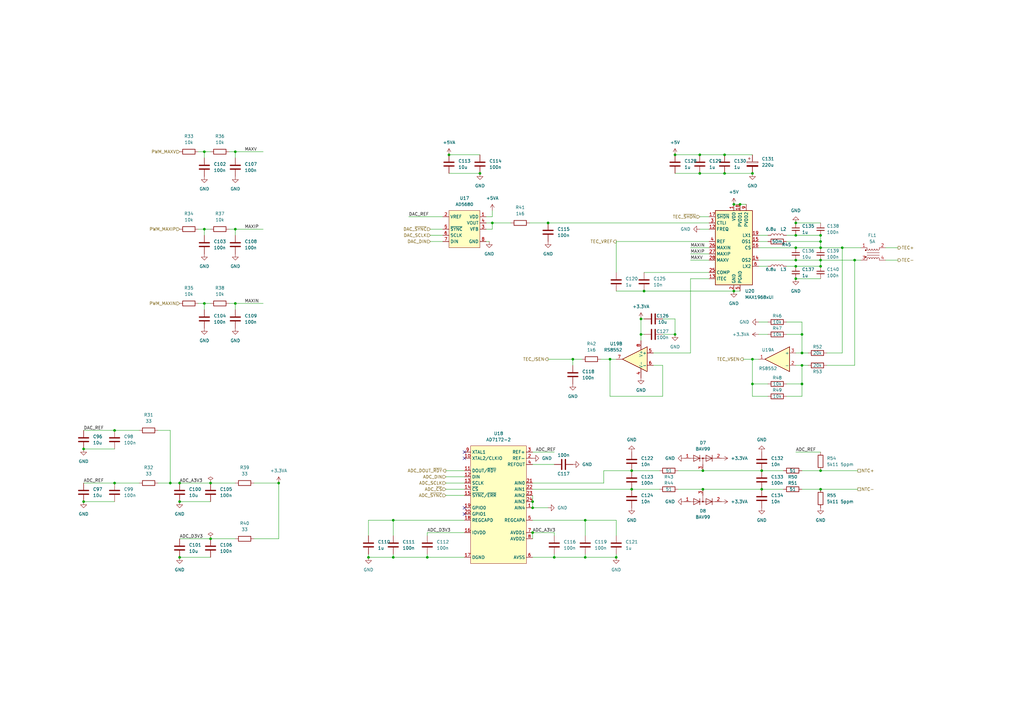
<source format=kicad_sch>
(kicad_sch (version 20211123) (generator eeschema)
  (paper "A3")
  (title_block (title "Kirdy") (date "2022-07-03") (rev "r0.1") (company "M-Labs") (comment 1 "Alex Wong Tat Hang"))
  (lib_symbols
    (symbol "Device:C" (pin_numbers hide) (pin_names (offset 0.254))
      (property "Reference" "C" (at 0.635 2.54 0))
      (property "Value" "C" (at 0.635 -2.54 0))
      (symbol "C_0_1"
        (polyline (pts (xy -2.032 -0.762) (xy 2.032 -0.762)) (stroke (width 0.508)))
        (polyline (pts (xy -2.032 0.762) (xy 2.032 0.762)) (stroke (width 0.508)))
      )
      (symbol "C_1_1"
        (pin passive line (at 0 3.81 270) (length 2.794) (name "~") (number "1"))
        (pin passive line (at 0 -3.81 90) (length 2.794) (name "~") (number "2"))
      )
    )
    (symbol "Device:C_Polarized" (pin_numbers hide) (pin_names (offset 0.254))
      (property "Reference" "C" (at 0.635 2.54 0))
      (property "Value" "C_Polarized" (at 0.635 -2.54 0))
      (symbol "C_Polarized_0_1"
        (rectangle (start -2.286 0.508) (end 2.286 1.016))
        (polyline (pts (xy -1.778 2.286) (xy -0.762 2.286)))
        (polyline (pts (xy -1.27 2.794) (xy -1.27 1.778)))
        (rectangle (start 2.286 -0.508) (end -2.286 -1.016) (fill (type outline)))
      )
      (symbol "C_Polarized_1_1"
        (pin passive line (at 0 3.81 270) (length 2.794) (name "~") (number "1"))
        (pin passive line (at 0 -3.81 90) (length 2.794) (name "~") (number "2"))
      )
    )
    (symbol "Device:C_Small" (pin_numbers hide) (pin_names (offset 0.254) hide)
      (property "Reference" "C" (at 0.254 1.778 0))
      (property "Value" "C_Small" (at 0.254 -2.032 0))
      (symbol "C_Small_0_1"
        (polyline (pts (xy -1.524 -0.508) (xy 1.524 -0.508)) (stroke (width 0.3302)))
        (polyline (pts (xy -1.524 0.508) (xy 1.524 0.508)) (stroke (width 0.3048)))
      )
      (symbol "C_Small_1_1"
        (pin passive line (at 0 2.54 270) (length 2.032) (name "~") (number "1"))
        (pin passive line (at 0 -2.54 90) (length 2.032) (name "~") (number "2"))
      )
    )
    (symbol "Device:Filter_EMI_CommonMode" (pin_names (offset 0.254) hide)
      (property "Reference" "FL" (at 0 4.445 0))
      (property "Value" "Filter_EMI_CommonMode" (at 0 -4.445 0))
      (symbol "Filter_EMI_CommonMode_0_1"
        (circle (center -3.048 -1.27) (radius 0.254) (fill (type outline)))
        (circle (center -3.048 1.524) (radius 0.254) (fill (type outline)))
        (arc (start -2.54 2.032) (mid -2.032 1.524) (end -1.524 2.032))
        (arc (start -1.524 -2.032) (mid -2.032 -1.524) (end -2.54 -2.032))
        (arc (start -1.524 2.032) (mid -1.016 1.524) (end -0.508 2.032))
        (arc (start -0.508 -2.032) (mid -1.016 -1.524) (end -1.524 -2.032))
        (arc (start -0.508 2.032) (mid 0 1.524) (end 0.508 2.032))
        (polyline (pts (xy -2.54 -2.032) (xy -2.54 -2.54)))
        (polyline (pts (xy -2.54 0.508) (xy 2.54 0.508)))
        (polyline (pts (xy -2.54 2.032) (xy -2.54 2.54)))
        (polyline (pts (xy 2.54 -2.032) (xy 2.54 -2.54)))
        (polyline (pts (xy 2.54 -0.508) (xy -2.54 -0.508)))
        (polyline (pts (xy 2.54 2.54) (xy 2.54 2.032)))
        (arc (start 0.508 -2.032) (mid 0 -1.524) (end -0.508 -2.032))
        (arc (start 0.508 2.032) (mid 1.016 1.524) (end 1.524 2.032))
        (arc (start 1.524 -2.032) (mid 1.016 -1.524) (end 0.508 -2.032))
        (arc (start 1.524 2.032) (mid 2.032 1.524) (end 2.54 2.032))
        (arc (start 2.54 -2.032) (mid 2.032 -1.524) (end 1.524 -2.032))
      )
      (symbol "Filter_EMI_CommonMode_1_1"
        (pin passive line (at -5.08 2.54 0) (length 2.54) (name "1") (number "1"))
        (pin passive line (at 5.08 2.54 180) (length 2.54) (name "2") (number "2"))
        (pin passive line (at -5.08 -2.54 0) (length 2.54) (name "3") (number "3"))
        (pin passive line (at 5.08 -2.54 180) (length 2.54) (name "4") (number "4"))
      )
    )
    (symbol "Device:L" (pin_numbers hide) (pin_names (offset 1.016) hide)
      (property "Reference" "L" (at -1.27 0 90))
      (property "Value" "L" (at 1.905 0 90))
      (symbol "L_0_1"
        (arc (start 0 -2.54) (mid 0.635 -1.905) (end 0 -1.27))
        (arc (start 0 -1.27) (mid 0.635 -0.635) (end 0 0))
        (arc (start 0 0) (mid 0.635 0.635) (end 0 1.27))
        (arc (start 0 1.27) (mid 0.635 1.905) (end 0 2.54))
      )
      (symbol "L_1_1"
        (pin passive line (at 0 3.81 270) (length 1.27) (name "1") (number "1"))
        (pin passive line (at 0 -3.81 90) (length 1.27) (name "2") (number "2"))
      )
    )
    (symbol "Device:R" (pin_numbers hide) (pin_names (offset 0))
      (property "Reference" "R" (at 2.032 0 90))
      (property "Value" "R" (at 0 0 90))
      (symbol "R_0_1"
        (rectangle (start -1.016 -2.54) (end 1.016 2.54) (stroke (width 0.254)))
      )
      (symbol "R_1_1"
        (pin passive line (at 0 3.81 270) (length 1.27) (name "~") (number "1"))
        (pin passive line (at 0 -3.81 90) (length 1.27) (name "~") (number "2"))
      )
    )
    (symbol "Diode:BAV99" (pin_names hide)
      (property "Reference" "D" (at 0 5.08 0))
      (property "Value" "BAV99" (at 0 2.54 0))
      (symbol "BAV99_0_1"
        (polyline (pts (xy -5.08 0) (xy 5.08 0)))
      )
      (symbol "BAV99_1_1"
        (polyline (pts (xy 0 0) (xy 0 -2.54)))
        (polyline (pts (xy -1.27 -1.27) (xy -1.27 1.27) (xy -1.27 1.27)) (stroke (width 0.2032)))
        (polyline (pts (xy 3.81 1.27) (xy 3.81 -1.27) (xy 3.81 -1.27)) (stroke (width 0.2032)))
        (polyline (pts (xy -3.81 1.27) (xy -1.27 0) (xy -3.81 -1.27) (xy -3.81 1.27) (xy -3.81 1.27) (xy -3.81 1.27)) (stroke (width 0.2032)))
        (polyline (pts (xy 1.27 1.27) (xy 3.81 0) (xy 1.27 -1.27) (xy 1.27 1.27) (xy 1.27 1.27) (xy 1.27 1.27)) (stroke (width 0.2032)))
        (circle (center 0 0) (radius 0.254) (fill (type outline)))
        (pin passive line (at -7.62 0 0) (length 2.54) (name "K") (number "1"))
        (pin passive line (at 7.62 0 180) (length 2.54) (name "A") (number "2"))
        (pin passive line (at 0 -5.08 90) (length 2.54) (name "K") (number "3"))
      )
    )
    (symbol "Driver_TEC:MAX1968xUI"
      (property "Reference" "U" (at -7.62 16.51 0))
      (property "Value" "MAX1968xUI" (at 5.08 16.51 0))
      (symbol "MAX1968xUI_0_1"
        (rectangle (start -7.62 15.24) (end 7.62 -15.24) (stroke (width 0.254)) (fill (type background)))
      )
      (symbol "MAX1968xUI_1_1"
        (pin power_in line (at 0 17.78 270) (length 2.54) (name "VDD") (number "1"))
        (pin passive line (at 10.16 -7.62 180) (length 2.54) hide (name "LX2") (number "10"))
        (pin passive line (at 5.08 17.78 270) (length 2.54) hide (name "PVDD2") (number "11"))
        (pin input line (at -10.16 7.62 0) (length 2.54) (name "FREQ") (number "12"))
        (pin output line (at -10.16 -12.7 0) (length 2.54) (name "ITEC") (number "13"))
        (pin input line (at 10.16 -5.08 180) (length 2.54) (name "OS2") (number "14"))
        (pin input line (at 10.16 2.54 180) (length 2.54) (name "OS1") (number "15"))
        (pin input line (at 10.16 0 180) (length 2.54) (name "CS") (number "16"))
        (pin input line (at -10.16 12.7 0) (length 2.54) (name "~{SHDN}") (number "17"))
        (pin power_in line (at 2.54 17.78 270) (length 2.54) (name "PVDD1") (number "18"))
        (pin power_out line (at 10.16 5.08 180) (length 2.54) (name "LX1") (number "19"))
        (pin power_in line (at 0 -17.78 90) (length 2.54) (name "GND") (number "2"))
        (pin passive line (at 2.54 17.78 270) (length 2.54) hide (name "PVDD1") (number "20"))
        (pin passive line (at 10.16 5.08 180) (length 2.54) hide (name "LX1") (number "21"))
        (pin passive line (at 2.54 -17.78 90) (length 2.54) hide (name "PGND") (number "22"))
        (pin passive line (at 10.16 5.08 180) (length 2.54) hide (name "LX1") (number "23"))
        (pin passive line (at 2.54 -17.78 90) (length 2.54) hide (name "PGND") (number "24"))
        (pin passive line (at -10.16 -10.16 0) (length 2.54) (name "COMP") (number "25"))
        (pin input line (at -10.16 0 0) (length 2.54) (name "MAXIN") (number "26"))
        (pin input line (at -10.16 -2.54 0) (length 2.54) (name "MAXIP") (number "27"))
        (pin input line (at -10.16 -5.08 0) (length 2.54) (name "MAXV") (number "28"))
        (pin passive line (at 0 -17.78 90) (length 2.54) hide (name "GND") (number "29"))
        (pin input line (at -10.16 10.16 0) (length 2.54) (name "CTLI") (number "3"))
        (pin output line (at -10.16 2.54 0) (length 2.54) (name "REF") (number "4"))
        (pin power_in line (at 2.54 -17.78 90) (length 2.54) (name "PGND") (number "5"))
        (pin power_out line (at 10.16 -7.62 180) (length 2.54) (name "LX2") (number "6"))
        (pin passive line (at 2.54 -17.78 90) (length 2.54) hide (name "PGND") (number "7"))
        (pin passive line (at 10.16 -7.62 180) (length 2.54) hide (name "LX2") (number "8"))
        (pin power_in line (at 5.08 17.78 270) (length 2.54) (name "PVDD2") (number "9"))
      )
    )
    (symbol "kirdy:AD5680"
      (property "Reference" "U" (at 0 -3.81 0))
      (property "Value" "AD5680" (at 0 -1.27 0))
      (symbol "AD5680_0_0"
        (pin power_in line (at 8.89 12.7 180) (length 2.54) (name "VDD") (number "1"))
        (pin input line (at -8.89 12.7 0) (length 2.54) (name "VREF") (number "2"))
        (pin input line (at 8.89 7.62 180) (length 2.54) (name "VFB") (number "3"))
        (pin output line (at 8.89 10.16 180) (length 2.54) (name "VOUT") (number "4"))
        (pin input line (at -8.89 7.62 0) (length 2.54) (name "~{SYNC}") (number "5"))
        (pin input line (at -8.89 5.08 0) (length 2.54) (name "SCLK") (number "6"))
        (pin input line (at -8.89 2.54 0) (length 2.54) (name "DIN") (number "7"))
        (pin power_in line (at 8.89 2.54 180) (length 2.54) (name "GND") (number "8"))
      )
      (symbol "AD5680_0_1"
        (rectangle (start -6.35 15.24) (end 6.35 0) (fill (type background)))
      )
    )
    (symbol "kirdy:AD7172-2"
      (property "Reference" "U" (at 8.89 -22.86 0))
      (property "Value" "AD7172-2" (at -6.35 -22.86 0))
      (symbol "AD7172-2_0_0"
        (pin input line (at -13.97 1.27 0) (length 2.54) (name "AIN4") (number "1"))
        (pin bidirectional line (at 13.97 21.59 180) (length 2.54) (name "XTAL2/CLKIO") (number "10"))
        (pin output line (at 13.97 16.51 180) (length 2.54) (name "DOUT/~{RDY}") (number "11"))
        (pin input line (at 13.97 13.97 180) (length 2.54) (name "DIN") (number "12"))
        (pin input line (at 13.97 11.43 180) (length 2.54) (name "SCLK") (number "13"))
        (pin input line (at 13.97 8.89 180) (length 2.54) (name "~{CS}") (number "14"))
        (pin bidirectional line (at 13.97 6.35 180) (length 2.54) (name "~{SYNC}/~{ERR}") (number "15"))
        (pin power_in line (at 13.97 -8.89 180) (length 2.54) (name "IOVDD") (number "16"))
        (pin power_in line (at 13.97 -19.05 180) (length 2.54) (name "DGND") (number "17"))
        (pin passive line (at 13.97 -3.81 180) (length 2.54) (name "REGCAPD") (number "18"))
        (pin bidirectional line (at 13.97 1.27 180) (length 2.54) (name "GPIO0") (number "19"))
        (pin input line (at -13.97 21.59 0) (length 2.54) (name "REF-") (number "2"))
        (pin bidirectional line (at 13.97 -1.27 180) (length 2.54) (name "GPIO1") (number "20"))
        (pin input line (at -13.97 11.43 0) (length 2.54) (name "AIN0") (number "21"))
        (pin input line (at -13.97 8.89 0) (length 2.54) (name "AIN1") (number "22"))
        (pin input line (at -13.97 6.35 0) (length 2.54) (name "AIN2") (number "23"))
        (pin input line (at -13.97 3.81 0) (length 2.54) (name "AIN3") (number "24"))
        (pin input line (at -13.97 24.13 0) (length 2.54) (name "REF+") (number "3"))
        (pin output line (at -13.97 19.05 0) (length 2.54) (name "REFOUT") (number "4"))
        (pin passive line (at -13.97 -3.81 0) (length 2.54) (name "REGCAPA") (number "5"))
        (pin power_in line (at -13.97 -19.05 0) (length 2.54) (name "AVSS") (number "6"))
        (pin power_in line (at -13.97 -8.89 0) (length 2.54) (name "AVDD1") (number "7"))
        (pin power_in line (at -13.97 -11.43 0) (length 2.54) (name "AVDD2") (number "8"))
        (pin bidirectional line (at 13.97 24.13 180) (length 2.54) (name "XTAL1") (number "9"))
      )
      (symbol "AD7172-2_0_1"
        (rectangle (start -11.43 26.67) (end 11.43 -21.59) (fill (type background)))
      )
    )
    (symbol "kirdy:RS8552" (pin_names (offset 0.127))
      (property "Reference" "U" (at 0 5.08 0))
      (property "Value" "RS8552" (at 0 -5.08 0))
      (symbol "RS8552_1_1"
        (polyline (pts (xy -5.08 5.08) (xy 5.08 0) (xy -5.08 -5.08) (xy -5.08 5.08)) (stroke (width 0.254)) (fill (type background)))
        (pin output line (at 7.62 0 180) (length 2.54) (name "~") (number "1"))
        (pin input line (at -7.62 -2.54 0) (length 2.54) (name "-") (number "2"))
        (pin input line (at -7.62 2.54 0) (length 2.54) (name "+") (number "3"))
      )
      (symbol "RS8552_2_1"
        (polyline (pts (xy -5.08 5.08) (xy 5.08 0) (xy -5.08 -5.08) (xy -5.08 5.08)) (stroke (width 0.254)) (fill (type background)))
        (pin input line (at -7.62 2.54 0) (length 2.54) (name "+") (number "5"))
        (pin input line (at -7.62 -2.54 0) (length 2.54) (name "-") (number "6"))
        (pin output line (at 7.62 0 180) (length 2.54) (name "~") (number "7"))
      )
      (symbol "RS8552_3_1"
        (pin power_in line (at -2.54 -7.62 90) (length 3.81) (name "V-") (number "4"))
        (pin power_in line (at -2.54 7.62 270) (length 3.81) (name "V+") (number "8"))
      )
    )
    (symbol "power:+3.3VA" (power) (pin_names (offset 0))
      (property "Value" "+3.3VA" (at 0 3.556 0))
      (symbol "+3.3VA_0_1"
        (polyline (pts (xy -0.762 1.27) (xy 0 2.54)))
        (polyline (pts (xy 0 0) (xy 0 2.54)))
        (polyline (pts (xy 0 2.54) (xy 0.762 1.27)))
      )
      (symbol "+3.3VA_1_1"
        (pin power_in line (at 0 0 90) (length 0) hide (name "+3.3VA") (number "1"))
      )
    )
    (symbol "power:+5V" (power) (pin_names (offset 0))
      (property "Value" "+5V" (at 0 3.556 0))
      (symbol "+5V_0_1"
        (polyline (pts (xy -0.762 1.27) (xy 0 2.54)))
        (polyline (pts (xy 0 0) (xy 0 2.54)))
        (polyline (pts (xy 0 2.54) (xy 0.762 1.27)))
      )
      (symbol "+5V_1_1"
        (pin power_in line (at 0 0 90) (length 0) hide (name "+5V") (number "1"))
      )
    )
    (symbol "power:+5VA" (power) (pin_names (offset 0))
      (property "Value" "+5VA" (at 0 3.556 0))
      (symbol "+5VA_0_1"
        (polyline (pts (xy -0.762 1.27) (xy 0 2.54)))
        (polyline (pts (xy 0 0) (xy 0 2.54)))
        (polyline (pts (xy 0 2.54) (xy 0.762 1.27)))
      )
      (symbol "+5VA_1_1"
        (pin power_in line (at 0 0 90) (length 0) hide (name "+5VA") (number "1"))
      )
    )
    (symbol "power:GND" (power) (pin_names (offset 0))
      (property "Value" "GND" (at 0 -3.81 0))
      (symbol "GND_0_1"
        (polyline (pts (xy 0 0) (xy 0 -1.27) (xy 1.27 -1.27) (xy 0 -2.54) (xy -1.27 -1.27) (xy 0 -1.27)))
      )
      (symbol "GND_1_1"
        (pin power_in line (at 0 0 270) (length 0) hide (name "GND") (number "1"))
      )
    )
    (symbol "power:PWR_FLAG" (power) (pin_numbers hide) (pin_names (offset 0) hide)
      (property "Value" "PWR_FLAG" (at 0 3.81 0))
      (symbol "PWR_FLAG_0_0"
        (pin power_out line (at 0 0 90) (length 0) (name "pwr") (number "1"))
      )
      (symbol "PWR_FLAG_0_1"
        (polyline (pts (xy 0 0) (xy 0 1.27) (xy -1.016 1.905) (xy 0 2.54) (xy 1.016 1.905) (xy 0 1.27)))
      )
    )
  )
  (junction (at 300.99 119.38))
  (junction (at 350.52 106.68))
  (junction (at 297.18 63.5))
  (junction (at 326.39 106.68))
  (junction (at 201.93 91.44))
  (junction (at 252.73 228.6))
  (junction (at 96.52 62.23))
  (junction (at 326.39 109.22))
  (junction (at 308.61 147.32))
  (junction (at 161.29 213.36))
  (junction (at 234.95 147.32))
  (junction (at 83.82 62.23))
  (junction (at 336.55 96.52))
  (junction (at 34.29 184.15))
  (junction (at 73.66 228.6))
  (junction (at 114.3 198.12))
  (junction (at 303.53 83.82))
  (junction (at 218.44 218.44))
  (junction (at 328.93 149.86))
  (junction (at 336.55 193.04))
  (junction (at 218.44 208.28))
  (junction (at 161.29 228.6))
  (junction (at 326.39 101.6))
  (junction (at 276.86 63.5))
  (junction (at 308.61 71.12))
  (junction (at 86.36 220.98))
  (junction (at 336.55 99.06))
  (junction (at 224.79 91.44))
  (junction (at 326.39 96.52))
  (junction (at 262.89 137.16))
  (junction (at 287.02 71.12))
  (junction (at 300.99 83.82))
  (junction (at 308.61 157.48))
  (junction (at 326.39 114.3))
  (junction (at 250.19 147.32))
  (junction (at 83.82 93.98))
  (junction (at 73.66 198.12))
  (junction (at 83.82 124.46))
  (junction (at 175.26 228.6))
  (junction (at 259.08 193.04))
  (junction (at 73.66 205.74))
  (junction (at 86.36 198.12))
  (junction (at 46.99 198.12))
  (junction (at 336.55 109.22))
  (junction (at 218.44 205.74))
  (junction (at 184.15 63.5))
  (junction (at 240.03 228.6))
  (junction (at 345.44 101.6))
  (junction (at 259.08 200.66))
  (junction (at 336.55 101.6))
  (junction (at 328.93 137.16))
  (junction (at 96.52 93.98))
  (junction (at 227.33 228.6))
  (junction (at 96.52 124.46))
  (junction (at 34.29 205.74))
  (junction (at 312.42 193.04))
  (junction (at 328.93 157.48))
  (junction (at 288.29 193.04))
  (junction (at 196.85 71.12))
  (junction (at 336.55 200.66))
  (junction (at 262.89 130.81))
  (junction (at 240.03 213.36))
  (junction (at 288.29 200.66))
  (junction (at 328.93 144.78))
  (junction (at 151.13 228.6))
  (junction (at 264.16 119.38))
  (junction (at 69.85 198.12))
  (junction (at 276.86 137.16))
  (junction (at 336.55 106.68))
  (junction (at 287.02 63.5))
  (junction (at 297.18 71.12))
  (junction (at 312.42 200.66))
  (junction (at 46.99 176.53))
  (junction (at 326.39 91.44))
  (no_connect (at 190.5 185.42))
  (no_connect (at 190.5 187.96))
  (no_connect (at 190.5 208.28))
  (no_connect (at 190.5 210.82))
  (wire (pts (xy 328.93 144.78) (xy 331.47 144.78)))
  (wire (pts (xy 218.44 205.74) (xy 218.44 208.28)))
  (wire (pts (xy 218.44 218.44) (xy 227.33 218.44)))
  (wire (pts (xy 224.79 147.32) (xy 234.95 147.32)))
  (wire (pts (xy 311.15 99.06) (xy 314.96 99.06)))
  (wire (pts (xy 308.61 147.32) (xy 311.15 147.32)))
  (wire (pts (xy 276.86 63.5) (xy 287.02 63.5)))
  (wire (pts (xy 304.8 147.32) (xy 308.61 147.32)))
  (wire (pts (xy 34.29 205.74) (xy 46.99 205.74)))
  (wire (pts (xy 252.73 111.76) (xy 252.73 99.06)))
  (wire (pts (xy 34.29 176.53) (xy 46.99 176.53)))
  (wire (pts (xy 311.15 101.6) (xy 326.39 101.6)))
  (wire (pts (xy 328.93 149.86) (xy 331.47 149.86)))
  (wire (pts (xy 182.88 195.58) (xy 190.5 195.58)))
  (wire (pts (xy 175.26 218.44) (xy 190.5 218.44)))
  (wire (pts (xy 252.73 119.38) (xy 264.16 119.38)))
  (wire (pts (xy 252.73 213.36) (xy 252.73 219.71)))
  (wire (pts (xy 259.08 200.66) (xy 270.51 200.66)))
  (wire (pts (xy 151.13 219.71) (xy 151.13 213.36)))
  (wire (pts (xy 336.55 109.22) (xy 326.39 109.22)))
  (wire (pts (xy 104.14 198.12) (xy 114.3 198.12)))
  (wire (pts (xy 86.36 220.98) (xy 96.52 220.98)))
  (wire (pts (xy 311.15 132.08) (xy 314.96 132.08)))
  (wire (pts (xy 326.39 96.52) (xy 322.58 96.52)))
  (wire (pts (xy 259.08 193.04) (xy 270.51 193.04)))
  (wire (pts (xy 199.39 93.98) (xy 201.93 93.98)))
  (wire (pts (xy 326.39 106.68) (xy 336.55 106.68)))
  (wire (pts (xy 297.18 63.5) (xy 308.61 63.5)))
  (wire (pts (xy 250.19 147.32) (xy 252.73 147.32)))
  (wire (pts (xy 287.02 71.12) (xy 297.18 71.12)))
  (wire (pts (xy 312.42 193.04) (xy 321.31 193.04)))
  (wire (pts (xy 264.16 119.38) (xy 300.99 119.38)))
  (wire (pts (xy 322.58 157.48) (xy 328.93 157.48)))
  (wire (pts (xy 336.55 101.6) (xy 336.55 99.06)))
  (wire (pts (xy 300.99 83.82) (xy 303.53 83.82)))
  (wire (pts (xy 227.33 218.44) (xy 227.33 219.71)))
  (wire (pts (xy 83.82 93.98) (xy 86.36 93.98)))
  (wire (pts (xy 339.09 144.78) (xy 345.44 144.78)))
  (wire (pts (xy 271.78 162.56) (xy 271.78 149.86)))
  (wire (pts (xy 184.15 63.5) (xy 196.85 63.5)))
  (wire (pts (xy 218.44 213.36) (xy 240.03 213.36)))
  (wire (pts (xy 218.44 218.44) (xy 218.44 220.98)))
  (wire (pts (xy 151.13 213.36) (xy 161.29 213.36)))
  (wire (pts (xy 151.13 228.6) (xy 161.29 228.6)))
  (wire (pts (xy 350.52 106.68) (xy 350.52 149.86)))
  (wire (pts (xy 199.39 99.06) (xy 200.66 99.06)))
  (wire (pts (xy 96.52 124.46) (xy 96.52 127)))
  (wire (pts (xy 322.58 99.06) (xy 336.55 99.06)))
  (wire (pts (xy 287.02 88.9) (xy 290.83 88.9)))
  (wire (pts (xy 283.21 101.6) (xy 290.83 101.6)))
  (wire (pts (xy 363.22 101.6) (xy 368.3 101.6)))
  (wire (pts (xy 336.55 101.6) (xy 326.39 101.6)))
  (wire (pts (xy 271.78 149.86) (xy 267.97 149.86)))
  (wire (pts (xy 262.89 137.16) (xy 262.89 139.7)))
  (wire (pts (xy 336.55 99.06) (xy 336.55 96.52)))
  (wire (pts (xy 345.44 101.6) (xy 345.44 144.78)))
  (wire (pts (xy 326.39 144.78) (xy 328.93 144.78)))
  (wire (pts (xy 283.21 144.78) (xy 267.97 144.78)))
  (wire (pts (xy 247.65 198.12) (xy 247.65 193.04)))
  (wire (pts (xy 184.15 71.12) (xy 196.85 71.12)))
  (wire (pts (xy 234.95 149.86) (xy 234.95 147.32)))
  (wire (pts (xy 96.52 124.46) (xy 107.95 124.46)))
  (wire (pts (xy 240.03 213.36) (xy 252.73 213.36)))
  (wire (pts (xy 328.93 193.04) (xy 336.55 193.04)))
  (wire (pts (xy 182.88 198.12) (xy 190.5 198.12)))
  (wire (pts (xy 328.93 200.66) (xy 336.55 200.66)))
  (wire (pts (xy 199.39 88.9) (xy 201.93 88.9)))
  (wire (pts (xy 93.98 93.98) (xy 96.52 93.98)))
  (wire (pts (xy 264.16 130.81) (xy 262.89 130.81)))
  (wire (pts (xy 250.19 162.56) (xy 271.78 162.56)))
  (wire (pts (xy 322.58 132.08) (xy 328.93 132.08)))
  (wire (pts (xy 83.82 62.23) (xy 83.82 64.77)))
  (wire (pts (xy 161.29 227.33) (xy 161.29 228.6)))
  (wire (pts (xy 73.66 228.6) (xy 86.36 228.6)))
  (wire (pts (xy 288.29 200.66) (xy 312.42 200.66)))
  (wire (pts (xy 264.16 111.76) (xy 290.83 111.76)))
  (wire (pts (xy 176.53 96.52) (xy 181.61 96.52)))
  (wire (pts (xy 167.64 88.9) (xy 181.61 88.9)))
  (wire (pts (xy 246.38 147.32) (xy 250.19 147.32)))
  (wire (pts (xy 46.99 198.12) (xy 57.15 198.12)))
  (wire (pts (xy 240.03 227.33) (xy 240.03 228.6)))
  (wire (pts (xy 201.93 88.9) (xy 201.93 86.36)))
  (wire (pts (xy 311.15 106.68) (xy 326.39 106.68)))
  (wire (pts (xy 234.95 147.32) (xy 238.76 147.32)))
  (wire (pts (xy 34.29 198.12) (xy 46.99 198.12)))
  (wire (pts (xy 83.82 124.46) (xy 83.82 127)))
  (wire (pts (xy 328.93 137.16) (xy 328.93 144.78)))
  (wire (pts (xy 175.26 228.6) (xy 190.5 228.6)))
  (wire (pts (xy 86.36 198.12) (xy 96.52 198.12)))
  (wire (pts (xy 218.44 190.5) (xy 227.33 190.5)))
  (wire (pts (xy 218.44 200.66) (xy 259.08 200.66)))
  (wire (pts (xy 278.13 200.66) (xy 288.29 200.66)))
  (wire (pts (xy 96.52 93.98) (xy 96.52 96.52)))
  (wire (pts (xy 311.15 137.16) (xy 314.96 137.16)))
  (wire (pts (xy 326.39 149.86) (xy 328.93 149.86)))
  (wire (pts (xy 308.61 157.48) (xy 308.61 162.56)))
  (wire (pts (xy 46.99 176.53) (xy 57.15 176.53)))
  (wire (pts (xy 64.77 176.53) (xy 69.85 176.53)))
  (wire (pts (xy 336.55 101.6) (xy 345.44 101.6)))
  (wire (pts (xy 326.39 114.3) (xy 336.55 114.3)))
  (wire (pts (xy 69.85 176.53) (xy 69.85 198.12)))
  (wire (pts (xy 218.44 208.28) (xy 224.79 208.28)))
  (wire (pts (xy 247.65 198.12) (xy 218.44 198.12)))
  (wire (pts (xy 252.73 227.33) (xy 252.73 228.6)))
  (wire (pts (xy 199.39 91.44) (xy 201.93 91.44)))
  (wire (pts (xy 328.93 162.56) (xy 328.93 157.48)))
  (wire (pts (xy 104.14 220.98) (xy 114.3 220.98)))
  (wire (pts (xy 83.82 93.98) (xy 83.82 96.52)))
  (wire (pts (xy 93.98 62.23) (xy 96.52 62.23)))
  (wire (pts (xy 224.79 91.44) (xy 290.83 91.44)))
  (wire (pts (xy 287.02 93.98) (xy 290.83 93.98)))
  (wire (pts (xy 322.58 137.16) (xy 328.93 137.16)))
  (wire (pts (xy 73.66 205.74) (xy 86.36 205.74)))
  (wire (pts (xy 182.88 200.66) (xy 190.5 200.66)))
  (wire (pts (xy 276.86 130.81) (xy 276.86 137.16)))
  (wire (pts (xy 201.93 93.98) (xy 201.93 91.44)))
  (wire (pts (xy 218.44 185.42) (xy 227.33 185.42)))
  (wire (pts (xy 322.58 162.56) (xy 328.93 162.56)))
  (wire (pts (xy 328.93 132.08) (xy 328.93 137.16)))
  (wire (pts (xy 34.29 184.15) (xy 46.99 184.15)))
  (wire (pts (xy 176.53 93.98) (xy 181.61 93.98)))
  (wire (pts (xy 81.28 93.98) (xy 83.82 93.98)))
  (wire (pts (xy 182.88 193.04) (xy 190.5 193.04)))
  (wire (pts (xy 73.66 198.12) (xy 86.36 198.12)))
  (wire (pts (xy 96.52 62.23) (xy 107.95 62.23)))
  (wire (pts (xy 175.26 227.33) (xy 175.26 228.6)))
  (wire (pts (xy 218.44 203.2) (xy 218.44 205.74)))
  (wire (pts (xy 69.85 198.12) (xy 73.66 198.12)))
  (wire (pts (xy 326.39 185.42) (xy 336.55 185.42)))
  (wire (pts (xy 114.3 220.98) (xy 114.3 198.12)))
  (wire (pts (xy 271.78 137.16) (xy 276.86 137.16)))
  (wire (pts (xy 311.15 96.52) (xy 314.96 96.52)))
  (wire (pts (xy 283.21 114.3) (xy 290.83 114.3)))
  (wire (pts (xy 96.52 93.98) (xy 107.95 93.98)))
  (wire (pts (xy 336.55 106.68) (xy 350.52 106.68)))
  (wire (pts (xy 81.28 62.23) (xy 83.82 62.23)))
  (wire (pts (xy 240.03 213.36) (xy 240.03 219.71)))
  (wire (pts (xy 264.16 137.16) (xy 262.89 137.16)))
  (wire (pts (xy 336.55 106.68) (xy 336.55 109.22)))
  (wire (pts (xy 217.17 91.44) (xy 224.79 91.44)))
  (wire (pts (xy 312.42 200.66) (xy 321.31 200.66)))
  (wire (pts (xy 276.86 71.12) (xy 287.02 71.12)))
  (wire (pts (xy 262.89 130.81) (xy 262.89 137.16)))
  (wire (pts (xy 250.19 147.32) (xy 250.19 162.56)))
  (wire (pts (xy 336.55 200.66) (xy 351.79 200.66)))
  (wire (pts (xy 287.02 63.5) (xy 297.18 63.5)))
  (wire (pts (xy 288.29 193.04) (xy 312.42 193.04)))
  (wire (pts (xy 81.28 124.46) (xy 83.82 124.46)))
  (wire (pts (xy 303.53 83.82) (xy 306.07 83.82)))
  (wire (pts (xy 83.82 124.46) (xy 86.36 124.46)))
  (wire (pts (xy 350.52 106.68) (xy 353.06 106.68)))
  (wire (pts (xy 278.13 193.04) (xy 288.29 193.04)))
  (wire (pts (xy 283.21 114.3) (xy 283.21 144.78)))
  (wire (pts (xy 73.66 220.98) (xy 86.36 220.98)))
  (wire (pts (xy 326.39 96.52) (xy 336.55 96.52)))
  (wire (pts (xy 96.52 62.23) (xy 96.52 64.77)))
  (wire (pts (xy 345.44 101.6) (xy 353.06 101.6)))
  (wire (pts (xy 252.73 99.06) (xy 290.83 99.06)))
  (wire (pts (xy 363.22 106.68) (xy 368.3 106.68)))
  (wire (pts (xy 328.93 157.48) (xy 328.93 149.86)))
  (wire (pts (xy 314.96 157.48) (xy 308.61 157.48)))
  (wire (pts (xy 93.98 124.46) (xy 96.52 124.46)))
  (wire (pts (xy 227.33 227.33) (xy 227.33 228.6)))
  (wire (pts (xy 218.44 228.6) (xy 227.33 228.6)))
  (wire (pts (xy 300.99 119.38) (xy 303.53 119.38)))
  (wire (pts (xy 176.53 99.06) (xy 181.61 99.06)))
  (wire (pts (xy 64.77 198.12) (xy 69.85 198.12)))
  (wire (pts (xy 182.88 203.2) (xy 190.5 203.2)))
  (wire (pts (xy 161.29 228.6) (xy 175.26 228.6)))
  (wire (pts (xy 308.61 157.48) (xy 308.61 147.32)))
  (wire (pts (xy 271.78 130.81) (xy 276.86 130.81)))
  (wire (pts (xy 201.93 91.44) (xy 209.55 91.44)))
  (wire (pts (xy 308.61 162.56) (xy 314.96 162.56)))
  (wire (pts (xy 247.65 193.04) (xy 259.08 193.04)))
  (wire (pts (xy 83.82 62.23) (xy 86.36 62.23)))
  (wire (pts (xy 336.55 193.04) (xy 351.79 193.04)))
  (wire (pts (xy 161.29 213.36) (xy 161.29 219.71)))
  (wire (pts (xy 326.39 91.44) (xy 336.55 91.44)))
  (wire (pts (xy 311.15 109.22) (xy 314.96 109.22)))
  (wire (pts (xy 227.33 228.6) (xy 240.03 228.6)))
  (wire (pts (xy 322.58 109.22) (xy 326.39 109.22)))
  (wire (pts (xy 339.09 149.86) (xy 350.52 149.86)))
  (wire (pts (xy 297.18 71.12) (xy 308.61 71.12)))
  (wire (pts (xy 161.29 213.36) (xy 190.5 213.36)))
  (wire (pts (xy 283.21 104.14) (xy 290.83 104.14)))
  (wire (pts (xy 283.21 106.68) (xy 290.83 106.68)))
  (wire (pts (xy 240.03 228.6) (xy 252.73 228.6)))
  (wire (pts (xy 151.13 227.33) (xy 151.13 228.6)))
  (wire (pts (xy 175.26 218.44) (xy 175.26 219.71)))
  (label "DAC_REF" (at 167.64 88.9 0))
  (label "ADC_D3V3" (at 175.26 218.44 0))
  (label "MAXV" (at 100.33 62.23 0))
  (label "MAXIN" (at 100.33 124.46 0))
  (label "ADC_REF" (at 34.29 198.12 0))
  (label "MAXIN" (at 283.21 101.6 0))
  (label "ADC_A3V3" (at 73.66 198.12 0))
  (label "MAXV" (at 283.21 106.68 0))
  (label "DAC_REF" (at 34.29 176.53 0))
  (label "MAXIP" (at 100.33 93.98 0))
  (label "ADC_REF" (at 326.39 185.42 0))
  (label "ADC_D3V3" (at 73.66 220.98 0))
  (label "ADC_REF" (at 219.71 185.42 0))
  (label "ADC_A3V3" (at 218.44 218.44 0))
  (label "MAXIP" (at 283.21 104.14 0))
  (hierarchical_label "ADC_DOUT_~{RDY}" (shape output) (at 182.88 193.04 180))
  (hierarchical_label "TEC+" (shape output) (at 368.3 101.6 0))
  (hierarchical_label "PWM_MAXIP" (shape input) (at 73.66 93.98 180))
  (hierarchical_label "DAC_DIN" (shape input) (at 176.53 99.06 180))
  (hierarchical_label "PWM_MAXIN" (shape input) (at 73.66 124.46 180))
  (hierarchical_label "TEC_VREF" (shape output) (at 252.73 99.06 180))
  (hierarchical_label "TEC_~{SHDN}" (shape input) (at 287.02 88.9 180))
  (hierarchical_label "DAC_SCLK" (shape input) (at 176.53 96.52 180))
  (hierarchical_label "TEC_ISEN" (shape output) (at 224.79 147.32 180))
  (hierarchical_label "ADC_~{CS}" (shape input) (at 182.88 200.66 180))
  (hierarchical_label "NTC-" (shape passive) (at 351.79 200.66 0))
  (hierarchical_label "ADC_DIN" (shape input) (at 182.88 195.58 180))
  (hierarchical_label "NTC+" (shape passive) (at 351.79 193.04 0))
  (hierarchical_label "TEC-" (shape output) (at 368.3 106.68 0))
  (hierarchical_label "PWM_MAXV" (shape input) (at 73.66 62.23 180))
  (hierarchical_label "ADC_SCLK" (shape input) (at 182.88 198.12 180))
  (hierarchical_label "TEC_VSEN" (shape output) (at 304.8 147.32 180))
  (hierarchical_label "ADC_~{SYNC}" (shape input) (at 182.88 203.2 180))
  (hierarchical_label "DAC_~{SYNC}" (shape input) (at 176.53 93.98 180))
  (symbol (lib_id "power:GND") (at 73.66 205.74 0) (unit 1)
    (property "Reference" "#PWR084" (effects hide))
    (property "Value" "GND" (at 73.66 210.82 0))
  )
  (symbol (lib_id "Device:C") (at 240.03 223.52 0) (unit 1)
    (property "Reference" "C119" (at 243.84 222.2499 0) (effects (justify left)))
    (property "Value" "100n" (at 243.84 224.7899 0) (effects (justify left)))
  )
  (symbol (lib_id "Device:C") (at 175.26 223.52 0) (unit 1)
    (property "Reference" "C112" (at 179.07 222.2499 0) (effects (justify left)))
    (property "Value" "100n" (at 179.07 224.7899 0) (effects (justify left)))
  )
  (symbol (lib_id "kirdy:AD5680") (at 190.5 101.6 0) (unit 1)
    (property "Reference" "U17" (at 190.5 81.28 0))
    (property "Value" "AD5680" (at 190.5 83.82 0))
    (property "Footprint" "Package_TO_SOT_SMD:SOT-23-8" (effects hide))
    (property "Datasheet" "https://www.analog.com/media/en/technical-documentation/data-sheets/ad5680.pdf" (effects hide))
  )
  (symbol (lib_id "power:GND") (at 34.29 205.74 0) (unit 1)
    (property "Reference" "#PWR083" (effects hide))
    (property "Value" "GND" (at 34.29 210.82 0))
  )
  (symbol (lib_id "power:GND") (at 200.66 99.06 0) (unit 1)
    (property "Reference" "#PWR096" (effects hide))
    (property "Value" "GND" (at 200.66 104.14 0))
  )
  (symbol (lib_id "Device:C") (at 73.66 224.79 0) (unit 1)
    (property "Reference" "C101" (at 77.47 223.5199 0) (effects (justify left)))
    (property "Value" "10u" (at 77.47 226.0599 0) (effects (justify left)))
  )
  (symbol (lib_id "Device:R") (at 318.77 99.06 90) (unit 1)
    (property "Reference" "R45" (at 322.58 100.33 90))
    (property "Value" "50m" (at 318.77 99.06 90))
  )
  (symbol (lib_id "Device:C") (at 252.73 223.52 0) (unit 1)
    (property "Reference" "C121" (at 256.54 222.2499 0) (effects (justify left)))
    (property "Value" "1u" (at 256.54 224.7899 0) (effects (justify left)))
  )
  (symbol (lib_id "power:+3.3VA") (at 114.3 198.12 0) (unit 1)
    (property "Reference" "#PWR092" (effects hide))
    (property "Value" "+3.3VA" (at 114.3 193.04 0))
  )
  (symbol (lib_id "power:+5V") (at 276.86 63.5 0) (unit 1)
    (property "Reference" "#PWR0108" (effects hide))
    (property "Value" "+5V" (at 276.86 58.42 0))
  )
  (symbol (lib_id "Device:R") (at 100.33 220.98 90) (unit 1)
    (property "Reference" "R40" (at 100.33 214.63 90))
    (property "Value" "33" (at 100.33 217.17 90))
  )
  (symbol (lib_id "Device:R") (at 318.77 132.08 90) (unit 1)
    (property "Reference" "R46" (at 318.77 129.54 90))
    (property "Value" "10k" (at 318.77 132.08 90))
  )
  (symbol (lib_id "power:GND") (at 83.82 104.14 0) (unit 1)
    (property "Reference" "#PWR087" (effects hide))
    (property "Value" "GND" (at 83.82 109.22 0))
  )
  (symbol (lib_id "Device:R") (at 90.17 62.23 90) (unit 1)
    (property "Reference" "R36" (at 90.17 55.88 90))
    (property "Value" "10k" (at 90.17 58.42 90))
  )
  (symbol (lib_id "Device:R") (at 274.32 193.04 90) (unit 1)
    (property "Reference" "R43" (at 274.32 195.58 90))
    (property "Value" "51" (at 274.32 193.04 90))
  )
  (symbol (lib_id "kirdy:RS8552") (at 260.35 147.32 0) (mirror y) (unit 3)
    (property "Reference" "U19" (effects hide))
    (property "Value" "RS8552" (effects hide))
    (property "Footprint" "Package_SO:SOIC-8_3.9x4.9mm_P1.27mm" (effects hide))
    (property "Datasheet" "https://datasheet.lcsc.com/lcsc/2010160333_Jiangsu-RUNIC-Tech-RS8554XP_C236997.pdf" (effects hide))
  )
  (symbol (lib_id "power:GND") (at 308.61 71.12 0) (unit 1)
    (property "Reference" "#PWR0117" (effects hide))
    (property "Value" "GND" (at 308.61 76.2 0))
  )
  (symbol (lib_id "Device:R") (at 325.12 193.04 90) (unit 1)
    (property "Reference" "R50" (at 325.12 195.58 90))
    (property "Value" "51" (at 325.12 193.04 90))
  )
  (symbol (lib_id "power:GND") (at 311.15 132.08 270) (unit 1)
    (property "Reference" "#PWR0118" (effects hide))
    (property "Value" "GND" (at 307.34 132.0799 90) (effects (justify right)))
  )
  (symbol (lib_id "Device:R") (at 274.32 200.66 90) (unit 1)
    (property "Reference" "R44" (at 274.32 198.12 90))
    (property "Value" "51" (at 274.32 200.66 90))
  )
  (symbol (lib_id "kirdy:AD7172-2") (at 204.47 209.55 0) (mirror y) (unit 1)
    (property "Reference" "U18" (at 204.47 177.8 0))
    (property "Value" "AD7172-2" (at 204.47 180.34 0))
    (property "Footprint" "Package_SO:TSSOP-24_4.4x7.8mm_P0.65mm" (effects hide))
    (property "Datasheet" "https://www.analog.com/media/en/technical-documentation/data-sheets/ad7172-2.pdf" (effects hide))
  )
  (symbol (lib_id "Device:C") (at 86.36 201.93 0) (unit 1)
    (property "Reference" "C105" (at 90.17 200.6599 0) (effects (justify left)))
    (property "Value" "100n" (at 90.17 203.1999 0) (effects (justify left)))
  )
  (symbol (lib_id "power:GND") (at 83.82 134.62 0) (unit 1)
    (property "Reference" "#PWR088" (effects hide))
    (property "Value" "GND" (at 83.82 139.7 0))
  )
  (symbol (lib_id "Device:L") (at 318.77 109.22 90) (unit 1)
    (property "Reference" "L3" (at 321.31 110.49 90))
    (property "Value" "6.8u" (at 316.23 110.49 90))
  )
  (symbol (lib_id "power:GND") (at 234.95 190.5 90) (unit 1)
    (property "Reference" "#PWR0102" (effects hide))
    (property "Value" "GND" (at 238.76 190.4999 90) (effects (justify right)))
  )
  (symbol (lib_id "Device:R") (at 77.47 93.98 90) (unit 1)
    (property "Reference" "R34" (at 77.47 87.63 90))
    (property "Value" "10k" (at 77.47 90.17 90))
  )
  (symbol (lib_id "Device:R") (at 325.12 200.66 90) (unit 1)
    (property "Reference" "R51" (at 325.12 198.12 90))
    (property "Value" "51" (at 325.12 200.66 90))
  )
  (symbol (lib_id "Device:C") (at 34.29 201.93 0) (unit 1)
    (property "Reference" "C97" (at 38.1 200.6599 0) (effects (justify left)))
    (property "Value" "10u" (at 38.1 203.1999 0) (effects (justify left)))
  )
  (symbol (lib_id "Device:C") (at 259.08 196.85 0) (unit 1)
    (property "Reference" "C123" (at 262.89 195.5799 0) (effects (justify left)))
    (property "Value" "100n" (at 262.89 198.1199 0) (effects (justify left)))
  )
  (symbol (lib_id "power:GND") (at 96.52 72.39 0) (unit 1)
    (property "Reference" "#PWR089" (effects hide))
    (property "Value" "GND" (at 96.52 77.47 0))
  )
  (symbol (lib_id "Device:C") (at 297.18 67.31 0) (unit 1)
    (property "Reference" "C130" (at 300.99 66.0399 0) (effects (justify left)))
    (property "Value" "1u" (at 300.99 68.5799 0) (effects (justify left)))
  )
  (symbol (lib_id "Device:C") (at 287.02 67.31 0) (unit 1)
    (property "Reference" "C129" (at 290.83 66.0399 0) (effects (justify left)))
    (property "Value" "1u" (at 290.83 68.5799 0) (effects (justify left)))
  )
  (symbol (lib_id "Device:C") (at 34.29 180.34 0) (unit 1)
    (property "Reference" "C96" (at 38.1 179.0699 0) (effects (justify left)))
    (property "Value" "10u" (at 38.1 181.6099 0) (effects (justify left)))
  )
  (symbol (lib_id "Device:C") (at 267.97 137.16 90) (unit 1)
    (property "Reference" "C127" (at 271.78 135.89 90))
    (property "Value" "100n" (at 271.78 138.43 90))
  )
  (symbol (lib_id "Device:C_Small") (at 326.39 104.14 0) (unit 1)
    (property "Reference" "C136" (at 328.93 102.8762 0) (effects (justify left)))
    (property "Value" "10u" (at 328.93 105.4162 0) (effects (justify left)))
  )
  (symbol (lib_id "power:GND") (at 224.79 208.28 90) (unit 1)
    (property "Reference" "#PWR0100" (effects hide))
    (property "Value" "GND" (at 228.6 208.2799 90) (effects (justify right)))
  )
  (symbol (lib_id "Device:C") (at 96.52 130.81 0) (unit 1)
    (property "Reference" "C109" (at 100.33 129.5399 0) (effects (justify left)))
    (property "Value" "100n" (at 100.33 132.0799 0) (effects (justify left)))
  )
  (symbol (lib_id "Device:R") (at 242.57 147.32 90) (unit 1)
    (property "Reference" "R42" (at 242.57 140.97 90))
    (property "Value" "1k6" (at 242.57 143.51 90))
  )
  (symbol (lib_id "Device:R") (at 90.17 93.98 90) (unit 1)
    (property "Reference" "R37" (at 90.17 87.63 90))
    (property "Value" "10k" (at 90.17 90.17 90))
  )
  (symbol (lib_id "Device:R") (at 336.55 189.23 0) (unit 1)
    (property "Reference" "R54" (at 339.09 187.9599 0) (effects (justify left)))
    (property "Value" "5k11 5ppm" (at 339.09 190.4999 0) (effects (justify left)))
  )
  (symbol (lib_id "power:GND") (at 224.79 99.06 0) (unit 1)
    (property "Reference" "#PWR099" (effects hide))
    (property "Value" "GND" (at 224.79 104.14 0))
  )
  (symbol (lib_id "Device:C") (at 312.42 204.47 0) (unit 1)
    (property "Reference" "C134" (at 316.23 203.1999 0) (effects (justify left)))
    (property "Value" "10n" (at 316.23 205.7399 0) (effects (justify left)))
  )
  (symbol (lib_id "Device:C") (at 252.73 115.57 0) (unit 1)
    (property "Reference" "C120" (at 256.54 114.2999 0) (effects (justify left)))
    (property "Value" "1u" (at 256.54 116.8399 0) (effects (justify left)))
  )
  (symbol (lib_id "Device:C") (at 276.86 67.31 0) (unit 1)
    (property "Reference" "C128" (at 280.67 66.0399 0) (effects (justify left)))
    (property "Value" "1u" (at 280.67 68.5799 0) (effects (justify left)))
  )
  (symbol (lib_id "Device:C_Small") (at 326.39 111.76 0) (unit 1)
    (property "Reference" "C137" (at 328.93 110.4962 0) (effects (justify left)))
    (property "Value" "1u" (at 328.93 113.0362 0) (effects (justify left)))
  )
  (symbol (lib_id "Device:C") (at 184.15 67.31 0) (unit 1)
    (property "Reference" "C113" (at 187.96 66.0399 0) (effects (justify left)))
    (property "Value" "10u" (at 187.96 68.5799 0) (effects (justify left)))
  )
  (symbol (lib_id "power:GND") (at 252.73 228.6 0) (unit 1)
    (property "Reference" "#PWR0103" (effects hide))
    (property "Value" "GND" (at 252.73 233.68 0))
  )
  (symbol (lib_id "power:GND") (at 83.82 72.39 0) (unit 1)
    (property "Reference" "#PWR086" (effects hide))
    (property "Value" "GND" (at 83.82 77.47 0))
  )
  (symbol (lib_id "power:GND") (at 196.85 71.12 0) (unit 1)
    (property "Reference" "#PWR095" (effects hide))
    (property "Value" "GND" (at 196.85 76.2 0))
  )
  (symbol (lib_id "Device:R") (at 77.47 62.23 90) (unit 1)
    (property "Reference" "R33" (at 77.47 55.88 90))
    (property "Value" "10k" (at 77.47 58.42 90))
  )
  (symbol (lib_id "Device:C") (at 151.13 223.52 0) (unit 1)
    (property "Reference" "C110" (at 154.94 222.2499 0) (effects (justify left)))
    (property "Value" "1u" (at 154.94 224.7899 0) (effects (justify left)))
  )
  (symbol (lib_id "Device:R") (at 213.36 91.44 90) (unit 1)
    (property "Reference" "R41" (at 213.36 85.09 90))
    (property "Value" "1k6" (at 213.36 87.63 90))
  )
  (symbol (lib_id "power:GND") (at 280.67 187.96 270) (unit 1)
    (property "Reference" "#PWR0110" (effects hide))
    (property "Value" "GND" (at 276.86 187.9599 90) (effects (justify right)))
  )
  (symbol (lib_id "Device:R") (at 60.96 176.53 90) (unit 1)
    (property "Reference" "R31" (at 60.96 170.18 90))
    (property "Value" "33" (at 60.96 172.72 90))
  )
  (symbol (lib_id "Device:C") (at 96.52 68.58 0) (unit 1)
    (property "Reference" "C107" (at 100.33 67.3099 0) (effects (justify left)))
    (property "Value" "100n" (at 100.33 69.8499 0) (effects (justify left)))
  )
  (symbol (lib_id "Device:R") (at 336.55 204.47 0) (unit 1)
    (property "Reference" "R55" (at 339.09 203.1999 0) (effects (justify left)))
    (property "Value" "5k11 5ppm" (at 339.09 205.7399 0) (effects (justify left)))
  )
  (symbol (lib_id "Device:C") (at 73.66 201.93 0) (unit 1)
    (property "Reference" "C100" (at 77.47 200.6599 0) (effects (justify left)))
    (property "Value" "10u" (at 77.47 203.1999 0) (effects (justify left)))
  )
  (symbol (lib_id "Device:C") (at 196.85 67.31 0) (unit 1)
    (property "Reference" "C114" (at 200.66 66.0399 0) (effects (justify left)))
    (property "Value" "100n" (at 200.66 68.5799 0) (effects (justify left)))
  )
  (symbol (lib_id "power:+3.3VA") (at 262.89 130.81 0) (unit 1)
    (property "Reference" "#PWR0106" (effects hide))
    (property "Value" "+3.3VA" (at 262.89 125.73 0))
  )
  (symbol (lib_id "power:GND") (at 234.95 157.48 0) (unit 1)
    (property "Reference" "#PWR0101" (effects hide))
    (property "Value" "GND" (at 234.95 162.56 0))
  )
  (symbol (lib_id "Device:C_Small") (at 326.39 93.98 0) (unit 1)
    (property "Reference" "C135" (at 328.93 92.7162 0) (effects (justify left)))
    (property "Value" "1u" (at 328.93 95.2562 0) (effects (justify left)))
  )
  (symbol (lib_id "Device:C") (at 83.82 68.58 0) (unit 1)
    (property "Reference" "C102" (at 87.63 67.3099 0) (effects (justify left)))
    (property "Value" "100n" (at 87.63 69.8499 0) (effects (justify left)))
  )
  (symbol (lib_id "Device:L") (at 318.77 96.52 90) (unit 1)
    (property "Reference" "L2" (at 321.31 93.98 90))
    (property "Value" "6.8u" (at 316.23 93.98 90))
  )
  (symbol (lib_id "Device:C") (at 234.95 153.67 0) (unit 1)
    (property "Reference" "C118" (at 238.76 152.3999 0) (effects (justify left)))
    (property "Value" "100n" (at 238.76 154.9399 0) (effects (justify left)))
  )
  (symbol (lib_id "Device:C") (at 83.82 100.33 0) (unit 1)
    (property "Reference" "C103" (at 87.63 99.0599 0) (effects (justify left)))
    (property "Value" "100n" (at 87.63 101.5999 0) (effects (justify left)))
  )
  (symbol (lib_id "Diode:BAV99") (at 288.29 205.74 0) (mirror x) (unit 1)
    (property "Reference" "D8" (at 288.29 209.55 0))
    (property "Value" "BAV99" (at 288.29 212.09 0))
    (property "Footprint" "Package_TO_SOT_SMD:SOT-23" (effects hide))
    (property "Datasheet" "https://assets.nexperia.com/documents/data-sheet/BAV99_SER.pdf" (effects hide))
  )
  (symbol (lib_id "Device:R") (at 335.28 144.78 90) (unit 1)
    (property "Reference" "R52" (at 335.28 142.24 90))
    (property "Value" "20k" (at 335.28 144.78 90))
  )
  (symbol (lib_id "power:+5V") (at 300.99 83.82 0) (unit 1)
    (property "Reference" "#PWR0115" (effects hide))
    (property "Value" "+5V" (at 300.99 78.74 0))
  )
  (symbol (lib_id "Device:C") (at 86.36 224.79 0) (unit 1)
    (property "Reference" "C106" (at 90.17 223.5199 0) (effects (justify left)))
    (property "Value" "100n" (at 90.17 226.0599 0) (effects (justify left)))
  )
  (symbol (lib_id "power:GND") (at 218.44 187.96 90) (unit 1)
    (property "Reference" "#PWR098" (effects hide))
    (property "Value" "GND" (at 222.25 187.9599 90) (effects (justify right)))
  )
  (symbol (lib_id "power:+3.3VA") (at 311.15 137.16 90) (unit 1)
    (property "Reference" "#PWR0119" (effects hide))
    (property "Value" "+3.3VA" (at 307.34 137.1599 90) (effects (justify left)))
  )
  (symbol (lib_id "Device:C") (at 312.42 196.85 0) (unit 1)
    (property "Reference" "C133" (at 316.23 195.5799 0) (effects (justify left)))
    (property "Value" "100n" (at 316.23 198.1199 0) (effects (justify left)))
  )
  (symbol (lib_id "power:GND") (at 259.08 208.28 0) (unit 1)
    (property "Reference" "#PWR0105" (effects hide))
    (property "Value" "GND" (at 259.08 213.36 0))
  )
  (symbol (lib_id "power:GND") (at 262.89 154.94 0) (unit 1)
    (property "Reference" "#PWR0107" (effects hide))
    (property "Value" "GND" (at 262.89 160.02 0))
  )
  (symbol (lib_id "Device:C") (at 259.08 204.47 0) (unit 1)
    (property "Reference" "C124" (at 262.89 203.1999 0) (effects (justify left)))
    (property "Value" "10n" (at 262.89 205.7399 0) (effects (justify left)))
  )
  (symbol (lib_id "power:GND") (at 280.67 205.74 270) (unit 1)
    (property "Reference" "#PWR0111" (effects hide))
    (property "Value" "GND" (at 276.86 205.7399 90) (effects (justify right)))
  )
  (symbol (lib_id "Device:R") (at 60.96 198.12 90) (unit 1)
    (property "Reference" "R32" (at 60.96 191.77 90))
    (property "Value" "33" (at 60.96 194.31 90))
  )
  (symbol (lib_id "Device:C_Small") (at 336.55 104.14 0) (unit 1)
    (property "Reference" "C139" (at 339.09 102.8762 0) (effects (justify left)))
    (property "Value" "100n" (at 339.09 105.4162 0) (effects (justify left)))
  )
  (symbol (lib_id "Device:C_Polarized") (at 308.61 67.31 0) (unit 1)
    (property "Reference" "C131" (at 312.42 65.1509 0) (effects (justify left)))
    (property "Value" "220u" (at 312.42 67.6909 0) (effects (justify left)))
  )
  (symbol (lib_id "power:PWR_FLAG") (at 86.36 220.98 0) (unit 1)
    (property "Reference" "#FLG0113" (effects hide))
    (property "Value" "PWR_FLAG" (effects hide))
  )
  (symbol (lib_id "Device:C") (at 161.29 223.52 0) (unit 1)
    (property "Reference" "C111" (at 165.1 222.2499 0) (effects (justify left)))
    (property "Value" "100n" (at 165.1 224.7899 0) (effects (justify left)))
  )
  (symbol (lib_id "Driver_TEC:MAX1968xUI") (at 300.99 101.6 0) (unit 1)
    (property "Reference" "U20" (at 305.5494 119.38 0) (effects (justify left)))
    (property "Value" "MAX1968xUI" (at 305.5494 121.92 0) (effects (justify left)))
    (property "Footprint" "Package_SO:HTSSOP-28-1EP_4.4x9.7mm_P0.65mm_EP2.85x5.4mm" (effects hide))
    (property "Datasheet" "https://datasheets.maximintegrated.com/en/ds/MAX1968-MAX1969.pdf" (effects hide))
  )
  (symbol (lib_id "Device:R") (at 318.77 157.48 90) (unit 1)
    (property "Reference" "R48" (at 318.77 154.94 90))
    (property "Value" "10k" (at 318.77 157.48 90))
  )
  (symbol (lib_id "power:+3.3VA") (at 295.91 187.96 270) (unit 1)
    (property "Reference" "#PWR0113" (effects hide))
    (property "Value" "+3.3VA" (at 299.72 187.9599 90) (effects (justify left)))
  )
  (symbol (lib_id "kirdy:RS8552") (at 318.77 147.32 0) (mirror y) (unit 1)
    (property "Reference" "U19" (at 314.96 143.51 0))
    (property "Value" "RS8552" (at 314.96 151.13 0))
    (property "Footprint" "Package_SO:SOIC-8_3.9x4.9mm_P1.27mm" (effects hide))
    (property "Datasheet" "https://datasheet.lcsc.com/lcsc/2010160333_Jiangsu-RUNIC-Tech-RS8554XP_C236997.pdf" (effects hide))
  )
  (symbol (lib_id "Device:C") (at 46.99 201.93 0) (unit 1)
    (property "Reference" "C99" (at 50.8 200.6599 0) (effects (justify left)))
    (property "Value" "100n" (at 50.8 203.1999 0) (effects (justify left)))
  )
  (symbol (lib_id "Device:C") (at 96.52 100.33 0) (unit 1)
    (property "Reference" "C108" (at 100.33 99.0599 0) (effects (justify left)))
    (property "Value" "100n" (at 100.33 101.5999 0) (effects (justify left)))
  )
  (symbol (lib_id "Device:Filter_EMI_CommonMode") (at 358.14 104.14 0) (unit 1)
    (property "Reference" "FL1" (at 357.759 96.52 0))
    (property "Value" "5A" (at 357.759 99.06 0))
  )
  (symbol (lib_id "Device:C") (at 231.14 190.5 90) (unit 1)
    (property "Reference" "C117" (at 231.14 194.31 90))
    (property "Value" "100n" (at 231.14 186.69 90))
  )
  (symbol (lib_id "Device:C_Small") (at 336.55 93.98 0) (unit 1)
    (property "Reference" "C138" (at 339.09 92.7162 0) (effects (justify left)))
    (property "Value" "100n" (at 339.09 95.2562 0) (effects (justify left)))
  )
  (symbol (lib_id "Device:C") (at 312.42 189.23 0) (unit 1)
    (property "Reference" "C132" (at 316.23 187.9599 0) (effects (justify left)))
    (property "Value" "10n" (at 316.23 190.4999 0) (effects (justify left)))
  )
  (symbol (lib_id "Device:R") (at 100.33 198.12 90) (unit 1)
    (property "Reference" "R39" (at 100.33 191.77 90))
    (property "Value" "33" (at 100.33 194.31 90))
  )
  (symbol (lib_id "Device:R") (at 318.77 137.16 90) (unit 1)
    (property "Reference" "R47" (at 318.77 134.62 90))
    (property "Value" "10k" (at 318.77 137.16 90))
  )
  (symbol (lib_id "power:GND") (at 336.55 208.28 0) (unit 1)
    (property "Reference" "#PWR0124" (effects hide))
    (property "Value" "GND" (at 336.55 213.36 0))
  )
  (symbol (lib_id "power:GND") (at 326.39 91.44 180) (unit 1)
    (property "Reference" "#PWR0122" (effects hide))
    (property "Value" "GND" (at 326.39 86.36 0))
  )
  (symbol (lib_id "power:GND") (at 96.52 134.62 0) (unit 1)
    (property "Reference" "#PWR091" (effects hide))
    (property "Value" "GND" (at 96.52 139.7 0))
  )
  (symbol (lib_id "power:GND") (at 312.42 208.28 0) (unit 1)
    (property "Reference" "#PWR0121" (effects hide))
    (property "Value" "GND" (at 312.42 213.36 0))
  )
  (symbol (lib_id "power:GND") (at 312.42 185.42 180) (unit 1)
    (property "Reference" "#PWR0120" (effects hide))
    (property "Value" "GND" (at 312.42 180.34 0))
  )
  (symbol (lib_id "Device:R") (at 90.17 124.46 90) (unit 1)
    (property "Reference" "R38" (at 90.17 118.11 90))
    (property "Value" "10k" (at 90.17 120.65 90))
  )
  (symbol (lib_id "power:GND") (at 287.02 93.98 270) (unit 1)
    (property "Reference" "#PWR0112" (effects hide))
    (property "Value" "GND" (at 283.21 93.9799 90) (effects (justify right)))
  )
  (symbol (lib_id "power:GND") (at 300.99 119.38 0) (unit 1)
    (property "Reference" "#PWR0116" (effects hide))
    (property "Value" "GND" (at 300.99 124.46 0))
  )
  (symbol (lib_id "power:GND") (at 259.08 185.42 180) (unit 1)
    (property "Reference" "#PWR0104" (effects hide))
    (property "Value" "GND" (at 259.08 180.34 0))
  )
  (symbol (lib_id "Device:C") (at 264.16 115.57 0) (unit 1)
    (property "Reference" "C125" (at 267.97 114.2999 0) (effects (justify left)))
    (property "Value" "10n" (at 267.97 116.8399 0) (effects (justify left)))
  )
  (symbol (lib_id "Diode:BAV99") (at 288.29 187.96 0) (unit 1)
    (property "Reference" "D7" (at 288.29 181.61 0))
    (property "Value" "BAV99" (at 288.29 184.15 0))
    (property "Footprint" "Package_TO_SOT_SMD:SOT-23" (effects hide))
    (property "Datasheet" "https://assets.nexperia.com/documents/data-sheet/BAV99_SER.pdf" (effects hide))
  )
  (symbol (lib_id "power:GND") (at 96.52 104.14 0) (unit 1)
    (property "Reference" "#PWR090" (effects hide))
    (property "Value" "GND" (at 96.52 109.22 0))
  )
  (symbol (lib_id "Device:C") (at 46.99 180.34 0) (unit 1)
    (property "Reference" "C98" (at 50.8 179.0699 0) (effects (justify left)))
    (property "Value" "100n" (at 50.8 181.6099 0) (effects (justify left)))
  )
  (symbol (lib_id "power:GND") (at 151.13 228.6 0) (unit 1)
    (property "Reference" "#PWR093" (effects hide))
    (property "Value" "GND" (at 151.13 233.68 0))
  )
  (symbol (lib_id "power:GND") (at 73.66 228.6 0) (unit 1)
    (property "Reference" "#PWR085" (effects hide))
    (property "Value" "GND" (at 73.66 233.68 0))
  )
  (symbol (lib_id "Device:C") (at 267.97 130.81 90) (unit 1)
    (property "Reference" "C126" (at 271.78 129.54 90))
    (property "Value" "10u" (at 271.78 132.08 90))
  )
  (symbol (lib_id "Device:R") (at 318.77 162.56 90) (unit 1)
    (property "Reference" "R49" (at 318.77 160.02 90))
    (property "Value" "10k" (at 318.77 162.56 90))
  )
  (symbol (lib_id "Device:C") (at 227.33 223.52 0) (unit 1)
    (property "Reference" "C116" (at 231.14 222.2499 0) (effects (justify left)))
    (property "Value" "100n" (at 231.14 224.7899 0) (effects (justify left)))
  )
  (symbol (lib_id "Device:C") (at 83.82 130.81 0) (unit 1)
    (property "Reference" "C104" (at 87.63 129.5399 0) (effects (justify left)))
    (property "Value" "100n" (at 87.63 132.0799 0) (effects (justify left)))
  )
  (symbol (lib_id "power:+5VA") (at 201.93 86.36 0) (unit 1)
    (property "Reference" "#PWR097" (effects hide))
    (property "Value" "+5VA" (at 201.93 81.28 0))
  )
  (symbol (lib_id "power:+3.3VA") (at 295.91 205.74 270) (unit 1)
    (property "Reference" "#PWR0114" (effects hide))
    (property "Value" "+3.3VA" (at 299.72 205.7399 90) (effects (justify left)))
  )
  (symbol (lib_id "Device:R") (at 77.47 124.46 90) (unit 1)
    (property "Reference" "R35" (at 77.47 118.11 90))
    (property "Value" "10k" (at 77.47 120.65 90))
  )
  (symbol (lib_id "Device:C_Small") (at 336.55 111.76 0) (unit 1)
    (property "Reference" "C140" (at 339.09 110.4962 0) (effects (justify left)))
    (property "Value" "100n" (at 339.09 113.0362 0) (effects (justify left)))
  )
  (symbol (lib_id "power:GND") (at 326.39 114.3 0) (unit 1)
    (property "Reference" "#PWR0123" (effects hide))
    (property "Value" "GND" (at 326.39 119.38 0))
  )
  (symbol (lib_id "power:GND") (at 276.86 137.16 0) (unit 1)
    (property "Reference" "#PWR0109" (effects hide))
    (property "Value" "GND" (at 276.86 142.24 0))
  )
  (symbol (lib_id "Device:C") (at 259.08 189.23 0) (unit 1)
    (property "Reference" "C122" (at 262.89 187.9599 0) (effects (justify left)))
    (property "Value" "10n" (at 262.89 190.4999 0) (effects (justify left)))
  )
  (symbol (lib_id "Device:R") (at 335.28 149.86 90) (unit 1)
    (property "Reference" "R53" (at 335.28 152.4 90))
    (property "Value" "20k" (at 335.28 149.86 90))
  )
  (symbol (lib_id "power:PWR_FLAG") (at 86.36 198.12 0) (unit 1)
    (property "Reference" "#FLG0114" (effects hide))
    (property "Value" "PWR_FLAG" (effects hide))
  )
  (symbol (lib_id "kirdy:RS8552") (at 260.35 147.32 0) (mirror y) (unit 2)
    (property "Reference" "U19" (at 252.73 140.97 0))
    (property "Value" "RS8552" (at 251.46 143.51 0))
    (property "Footprint" "Package_SO:SOIC-8_3.9x4.9mm_P1.27mm" (effects hide))
    (property "Datasheet" "https://datasheet.lcsc.com/lcsc/2010160333_Jiangsu-RUNIC-Tech-RS8554XP_C236997.pdf" (effects hide))
  )
  (symbol (lib_id "power:GND") (at 34.29 184.15 0) (unit 1)
    (property "Reference" "#PWR082" (effects hide))
    (property "Value" "GND" (at 34.29 189.23 0))
  )
  (symbol (lib_id "Device:C") (at 224.79 95.25 0) (unit 1)
    (property "Reference" "C115" (at 228.6 93.9799 0) (effects (justify left)))
    (property "Value" "100n" (at 228.6 96.5199 0) (effects (justify left)))
  )
  (symbol (lib_id "power:+5VA") (at 184.15 63.5 0) (unit 1)
    (property "Reference" "#PWR094" (effects hide))
    (property "Value" "+5VA" (at 181.61 58.42 0) (effects (justify left)))
  )
)
</source>
